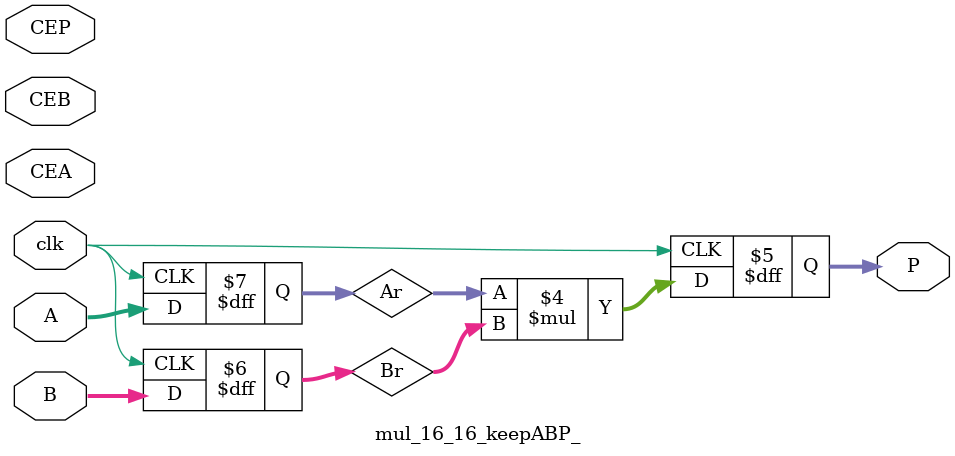
<source format=v>
(* top *)
module mul_16_16_keepABP_ #(parameter AW=16, BW=16, AREG=1, BREG=1, PREG=1) (input clk, CEA, CEB, CEP, input [AW-1:0] A, input [BW-1:0] B, (* keep *) output reg [AW+BW-1:0] P);
(* keep *) reg [AW-1:0] Ar;
(* keep *) reg [BW-1:0] Br;
generate
    if (AREG) begin
        always @(posedge clk) if (1) Ar <= A;
    end
    else
        always @* Ar <= A;
    if (BREG) begin
        always @(posedge clk) if (1) Br <= B;
    end
    else
        always @* Br <= B;
    if (PREG) begin
        always @(posedge clk) if (1) P <= Ar * Br;
    end
    else
        always @* P <= Ar * Br;
endgenerate
endmodule

`ifndef _AUTOTB
module __test ;
    wire [4095:0] assert_area = "cd mul_16_16_keepABP_; select t:SB_MAC16 -assert-count 1; select t:SB_DFF* -assert-count 64";
endmodule
`endif


</source>
